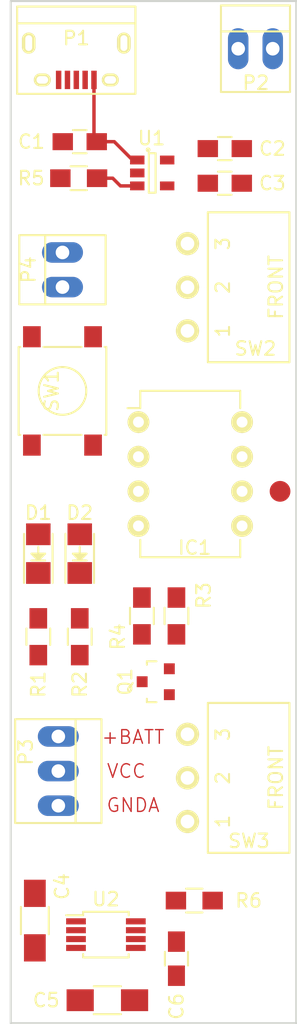
<source format=kicad_pcb>
(kicad_pcb (version 4) (host pcbnew 4.0.1-stable)

  (general
    (links 53)
    (no_connects 50)
    (area 59.924999 13.924999 81.075001 89.075001)
    (thickness 1.6)
    (drawings 7)
    (tracks 9)
    (zones 0)
    (modules 26)
    (nets 22)
  )

  (page A4)
  (layers
    (0 F.Cu signal)
    (31 B.Cu signal)
    (32 B.Adhes user)
    (33 F.Adhes user)
    (34 B.Paste user)
    (35 F.Paste user)
    (36 B.SilkS user)
    (37 F.SilkS user)
    (38 B.Mask user)
    (39 F.Mask user)
    (40 Dwgs.User user)
    (41 Cmts.User user)
    (42 Eco1.User user)
    (43 Eco2.User user)
    (44 Edge.Cuts user)
    (45 Margin user)
    (46 B.CrtYd user)
    (47 F.CrtYd user)
    (48 B.Fab user)
    (49 F.Fab user)
  )

  (setup
    (last_trace_width 0.25)
    (trace_clearance 0.2)
    (zone_clearance 0.508)
    (zone_45_only no)
    (trace_min 0.2)
    (segment_width 0.2)
    (edge_width 0.15)
    (via_size 0.6)
    (via_drill 0.4)
    (via_min_size 0.4)
    (via_min_drill 0.3)
    (uvia_size 0.3)
    (uvia_drill 0.1)
    (uvias_allowed no)
    (uvia_min_size 0.2)
    (uvia_min_drill 0.1)
    (pcb_text_width 0.3)
    (pcb_text_size 1.5 1.5)
    (mod_edge_width 0.15)
    (mod_text_size 1 1)
    (mod_text_width 0.15)
    (pad_size 1.524 1.524)
    (pad_drill 0.762)
    (pad_to_mask_clearance 0.2)
    (aux_axis_origin 0 0)
    (grid_origin 92 131)
    (visible_elements FFFFFF7F)
    (pcbplotparams
      (layerselection 0x00030_80000001)
      (usegerberextensions false)
      (excludeedgelayer true)
      (linewidth 0.100000)
      (plotframeref false)
      (viasonmask false)
      (mode 1)
      (useauxorigin false)
      (hpglpennumber 1)
      (hpglpenspeed 20)
      (hpglpendiameter 15)
      (hpglpenoverlay 2)
      (psnegative false)
      (psa4output false)
      (plotreference true)
      (plotvalue true)
      (plotinvisibletext false)
      (padsonsilk false)
      (subtractmaskfromsilk false)
      (outputformat 1)
      (mirror false)
      (drillshape 1)
      (scaleselection 1)
      (outputdirectory ""))
  )

  (net 0 "")
  (net 1 GND)
  (net 2 "Net-(C1-Pad2)")
  (net 3 "Net-(C2-Pad1)")
  (net 4 VCC)
  (net 5 GNDA)
  (net 6 "Net-(C6-Pad1)")
  (net 7 "Net-(C6-Pad2)")
  (net 8 "Net-(D1-Pad2)")
  (net 9 "Net-(D1-Pad1)")
  (net 10 "Net-(D2-Pad2)")
  (net 11 "Net-(D2-Pad1)")
  (net 12 "Net-(IC1-Pad1)")
  (net 13 "Net-(IC1-Pad5)")
  (net 14 "Net-(IC1-Pad6)")
  (net 15 "Net-(IC1-Pad7)")
  (net 16 "Net-(P1-Pad6)")
  (net 17 "Net-(Q1-Pad2)")
  (net 18 "Net-(R6-Pad1)")
  (net 19 "Net-(SW3-Pad2)")
  (net 20 +BATT)
  (net 21 "Net-(P4-Pad1)")

  (net_class Default "This is the default net class."
    (clearance 0.2)
    (trace_width 0.25)
    (via_dia 0.6)
    (via_drill 0.4)
    (uvia_dia 0.3)
    (uvia_drill 0.1)
    (add_net +BATT)
    (add_net GND)
    (add_net GNDA)
    (add_net "Net-(C1-Pad2)")
    (add_net "Net-(C2-Pad1)")
    (add_net "Net-(C6-Pad1)")
    (add_net "Net-(C6-Pad2)")
    (add_net "Net-(D1-Pad1)")
    (add_net "Net-(D1-Pad2)")
    (add_net "Net-(D2-Pad1)")
    (add_net "Net-(D2-Pad2)")
    (add_net "Net-(IC1-Pad1)")
    (add_net "Net-(IC1-Pad5)")
    (add_net "Net-(IC1-Pad6)")
    (add_net "Net-(IC1-Pad7)")
    (add_net "Net-(P1-Pad6)")
    (add_net "Net-(P4-Pad1)")
    (add_net "Net-(Q1-Pad2)")
    (add_net "Net-(R6-Pad1)")
    (add_net "Net-(SW3-Pad2)")
    (add_net VCC)
  )

  (module Capacitors_SMD:C_0805_HandSoldering (layer F.Cu) (tedit 569F50CF) (tstamp 569E48D6)
    (at 65.076 24.32)
    (descr "Capacitor SMD 0805, hand soldering")
    (tags "capacitor 0805")
    (path /569BA550)
    (attr smd)
    (fp_text reference C1 (at -3.556 0) (layer F.SilkS)
      (effects (font (size 1 1) (thickness 0.15)))
    )
    (fp_text value "" (at 0 2.1) (layer F.Fab)
      (effects (font (size 1 1) (thickness 0.15)))
    )
    (fp_line (start -2.3 -1) (end 2.3 -1) (layer F.CrtYd) (width 0.05))
    (fp_line (start -2.3 1) (end 2.3 1) (layer F.CrtYd) (width 0.05))
    (fp_line (start -2.3 -1) (end -2.3 1) (layer F.CrtYd) (width 0.05))
    (fp_line (start 2.3 -1) (end 2.3 1) (layer F.CrtYd) (width 0.05))
    (fp_line (start 0.5 -0.85) (end -0.5 -0.85) (layer F.SilkS) (width 0.15))
    (fp_line (start -0.5 0.85) (end 0.5 0.85) (layer F.SilkS) (width 0.15))
    (pad 1 smd rect (at -1.25 0) (size 1.5 1.25) (layers F.Cu F.Paste F.Mask)
      (net 1 GND))
    (pad 2 smd rect (at 1.25 0) (size 1.5 1.25) (layers F.Cu F.Paste F.Mask)
      (net 2 "Net-(C1-Pad2)"))
    (model Capacitors_SMD.3dshapes/C_0805_HandSoldering.wrl
      (at (xyz 0 0 0))
      (scale (xyz 1 1 1))
      (rotate (xyz 0 0 0))
    )
  )

  (module Capacitors_SMD:C_0805_HandSoldering (layer F.Cu) (tedit 569F4D8D) (tstamp 569E48DC)
    (at 75.744 24.828)
    (descr "Capacitor SMD 0805, hand soldering")
    (tags "capacitor 0805")
    (path /569BA552)
    (attr smd)
    (fp_text reference C2 (at 3.5 0) (layer F.SilkS)
      (effects (font (size 1 1) (thickness 0.15)))
    )
    (fp_text value "" (at 0 3) (layer F.Fab)
      (effects (font (size 1 1) (thickness 0.15)))
    )
    (fp_line (start -2.3 -1) (end 2.3 -1) (layer F.CrtYd) (width 0.05))
    (fp_line (start -2.3 1) (end 2.3 1) (layer F.CrtYd) (width 0.05))
    (fp_line (start -2.3 -1) (end -2.3 1) (layer F.CrtYd) (width 0.05))
    (fp_line (start 2.3 -1) (end 2.3 1) (layer F.CrtYd) (width 0.05))
    (fp_line (start 0.5 -0.85) (end -0.5 -0.85) (layer F.SilkS) (width 0.15))
    (fp_line (start -0.5 0.85) (end 0.5 0.85) (layer F.SilkS) (width 0.15))
    (pad 1 smd rect (at -1.25 0) (size 1.5 1.25) (layers F.Cu F.Paste F.Mask)
      (net 3 "Net-(C2-Pad1)"))
    (pad 2 smd rect (at 1.25 0) (size 1.5 1.25) (layers F.Cu F.Paste F.Mask)
      (net 1 GND))
    (model Capacitors_SMD.3dshapes/C_0805_HandSoldering.wrl
      (at (xyz 0 0 0))
      (scale (xyz 1 1 1))
      (rotate (xyz 0 0 0))
    )
  )

  (module Capacitors_SMD:C_0805_HandSoldering (layer F.Cu) (tedit 569F4DDA) (tstamp 569E48E2)
    (at 75.744 27.368)
    (descr "Capacitor SMD 0805, hand soldering")
    (tags "capacitor 0805")
    (path /569BA551)
    (attr smd)
    (fp_text reference C3 (at 3.5 0) (layer F.SilkS)
      (effects (font (size 1 1) (thickness 0.15)))
    )
    (fp_text value "" (at -2 -2) (layer F.Fab)
      (effects (font (size 1 1) (thickness 0.15)))
    )
    (fp_line (start -2.3 -1) (end 2.3 -1) (layer F.CrtYd) (width 0.05))
    (fp_line (start -2.3 1) (end 2.3 1) (layer F.CrtYd) (width 0.05))
    (fp_line (start -2.3 -1) (end -2.3 1) (layer F.CrtYd) (width 0.05))
    (fp_line (start 2.3 -1) (end 2.3 1) (layer F.CrtYd) (width 0.05))
    (fp_line (start 0.5 -0.85) (end -0.5 -0.85) (layer F.SilkS) (width 0.15))
    (fp_line (start -0.5 0.85) (end 0.5 0.85) (layer F.SilkS) (width 0.15))
    (pad 1 smd rect (at -1.25 0) (size 1.5 1.25) (layers F.Cu F.Paste F.Mask)
      (net 20 +BATT))
    (pad 2 smd rect (at 1.25 0) (size 1.5 1.25) (layers F.Cu F.Paste F.Mask)
      (net 1 GND))
    (model Capacitors_SMD.3dshapes/C_0805_HandSoldering.wrl
      (at (xyz 0 0 0))
      (scale (xyz 1 1 1))
      (rotate (xyz 0 0 0))
    )
  )

  (module Capacitors_SMD:C_1206_HandSoldering (layer F.Cu) (tedit 569F4F63) (tstamp 569E48E8)
    (at 61.774 81.47 270)
    (descr "Capacitor SMD 1206, hand soldering")
    (tags "capacitor 1206")
    (path /569BAA4E)
    (attr smd)
    (fp_text reference C4 (at -2.5 -2 270) (layer F.SilkS)
      (effects (font (size 1 1) (thickness 0.15)))
    )
    (fp_text value "" (at 0 2.3 270) (layer F.Fab)
      (effects (font (size 1 1) (thickness 0.15)))
    )
    (fp_line (start -3.3 -1.15) (end 3.3 -1.15) (layer F.CrtYd) (width 0.05))
    (fp_line (start -3.3 1.15) (end 3.3 1.15) (layer F.CrtYd) (width 0.05))
    (fp_line (start -3.3 -1.15) (end -3.3 1.15) (layer F.CrtYd) (width 0.05))
    (fp_line (start 3.3 -1.15) (end 3.3 1.15) (layer F.CrtYd) (width 0.05))
    (fp_line (start 1 -1.025) (end -1 -1.025) (layer F.SilkS) (width 0.15))
    (fp_line (start -1 1.025) (end 1 1.025) (layer F.SilkS) (width 0.15))
    (pad 1 smd rect (at -2 0 270) (size 2 1.6) (layers F.Cu F.Paste F.Mask)
      (net 4 VCC))
    (pad 2 smd rect (at 2 0 270) (size 2 1.6) (layers F.Cu F.Paste F.Mask)
      (net 5 GNDA))
    (model Capacitors_SMD.3dshapes/C_1206_HandSoldering.wrl
      (at (xyz 0 0 0))
      (scale (xyz 1 1 1))
      (rotate (xyz 0 0 0))
    )
  )

  (module Capacitors_SMD:C_1206_HandSoldering (layer F.Cu) (tedit 569F4F35) (tstamp 569E48EE)
    (at 67.108 87.312 180)
    (descr "Capacitor SMD 1206, hand soldering")
    (tags "capacitor 1206")
    (path /569BAA48)
    (attr smd)
    (fp_text reference C5 (at 4.5 0 180) (layer F.SilkS)
      (effects (font (size 1 1) (thickness 0.15)))
    )
    (fp_text value "" (at 6 0 180) (layer F.Fab)
      (effects (font (size 1 1) (thickness 0.15)))
    )
    (fp_line (start -3.3 -1.15) (end 3.3 -1.15) (layer F.CrtYd) (width 0.05))
    (fp_line (start -3.3 1.15) (end 3.3 1.15) (layer F.CrtYd) (width 0.05))
    (fp_line (start -3.3 -1.15) (end -3.3 1.15) (layer F.CrtYd) (width 0.05))
    (fp_line (start 3.3 -1.15) (end 3.3 1.15) (layer F.CrtYd) (width 0.05))
    (fp_line (start 1 -1.025) (end -1 -1.025) (layer F.SilkS) (width 0.15))
    (fp_line (start -1 1.025) (end 1 1.025) (layer F.SilkS) (width 0.15))
    (pad 1 smd rect (at -2 0 180) (size 2 1.6) (layers F.Cu F.Paste F.Mask)
      (net 20 +BATT))
    (pad 2 smd rect (at 2 0 180) (size 2 1.6) (layers F.Cu F.Paste F.Mask)
      (net 5 GNDA))
    (model Capacitors_SMD.3dshapes/C_1206_HandSoldering.wrl
      (at (xyz 0 0 0))
      (scale (xyz 1 1 1))
      (rotate (xyz 0 0 0))
    )
  )

  (module Capacitors_SMD:C_0805_HandSoldering (layer F.Cu) (tedit 569F4F55) (tstamp 569E48F4)
    (at 72.188 84.264 270)
    (descr "Capacitor SMD 0805, hand soldering")
    (tags "capacitor 0805")
    (path /569BAA4A)
    (attr smd)
    (fp_text reference C6 (at 3.5 0 270) (layer F.SilkS)
      (effects (font (size 1 1) (thickness 0.15)))
    )
    (fp_text value "" (at 4 0 270) (layer F.Fab)
      (effects (font (size 1 1) (thickness 0.15)))
    )
    (fp_line (start -2.3 -1) (end 2.3 -1) (layer F.CrtYd) (width 0.05))
    (fp_line (start -2.3 1) (end 2.3 1) (layer F.CrtYd) (width 0.05))
    (fp_line (start -2.3 -1) (end -2.3 1) (layer F.CrtYd) (width 0.05))
    (fp_line (start 2.3 -1) (end 2.3 1) (layer F.CrtYd) (width 0.05))
    (fp_line (start 0.5 -0.85) (end -0.5 -0.85) (layer F.SilkS) (width 0.15))
    (fp_line (start -0.5 0.85) (end 0.5 0.85) (layer F.SilkS) (width 0.15))
    (pad 1 smd rect (at -1.25 0 270) (size 1.5 1.25) (layers F.Cu F.Paste F.Mask)
      (net 6 "Net-(C6-Pad1)"))
    (pad 2 smd rect (at 1.25 0 270) (size 1.5 1.25) (layers F.Cu F.Paste F.Mask)
      (net 7 "Net-(C6-Pad2)"))
    (model Capacitors_SMD.3dshapes/C_0805_HandSoldering.wrl
      (at (xyz 0 0 0))
      (scale (xyz 1 1 1))
      (rotate (xyz 0 0 0))
    )
  )

  (module LEDs:LED_1206 (layer F.Cu) (tedit 569F4C13) (tstamp 569E48FA)
    (at 62.028 54.546 90)
    (descr "LED 1206 smd package")
    (tags "LED1206 SMD")
    (path /569BAC6B)
    (attr smd)
    (fp_text reference D1 (at 3 0 180) (layer F.SilkS)
      (effects (font (size 1 1) (thickness 0.15)))
    )
    (fp_text value "" (at 0 2 90) (layer F.Fab)
      (effects (font (size 1 1) (thickness 0.15)))
    )
    (fp_line (start -2.15 1.05) (end 1.45 1.05) (layer F.SilkS) (width 0.15))
    (fp_line (start -2.15 -1.05) (end 1.45 -1.05) (layer F.SilkS) (width 0.15))
    (fp_line (start -0.1 -0.3) (end -0.1 0.3) (layer F.SilkS) (width 0.15))
    (fp_line (start -0.1 0.3) (end -0.4 0) (layer F.SilkS) (width 0.15))
    (fp_line (start -0.4 0) (end -0.2 -0.2) (layer F.SilkS) (width 0.15))
    (fp_line (start -0.2 -0.2) (end -0.2 0.05) (layer F.SilkS) (width 0.15))
    (fp_line (start -0.2 0.05) (end -0.25 0) (layer F.SilkS) (width 0.15))
    (fp_line (start -0.5 -0.5) (end -0.5 0.5) (layer F.SilkS) (width 0.15))
    (fp_line (start 0 0) (end 0.5 0) (layer F.SilkS) (width 0.15))
    (fp_line (start -0.5 0) (end 0 -0.5) (layer F.SilkS) (width 0.15))
    (fp_line (start 0 -0.5) (end 0 0.5) (layer F.SilkS) (width 0.15))
    (fp_line (start 0 0.5) (end -0.5 0) (layer F.SilkS) (width 0.15))
    (fp_line (start 2.5 -1.25) (end -2.5 -1.25) (layer F.CrtYd) (width 0.05))
    (fp_line (start -2.5 -1.25) (end -2.5 1.25) (layer F.CrtYd) (width 0.05))
    (fp_line (start -2.5 1.25) (end 2.5 1.25) (layer F.CrtYd) (width 0.05))
    (fp_line (start 2.5 1.25) (end 2.5 -1.25) (layer F.CrtYd) (width 0.05))
    (pad 2 smd rect (at 1.41986 0 270) (size 1.59766 1.80086) (layers F.Cu F.Paste F.Mask)
      (net 8 "Net-(D1-Pad2)"))
    (pad 1 smd rect (at -1.41986 0 270) (size 1.59766 1.80086) (layers F.Cu F.Paste F.Mask)
      (net 9 "Net-(D1-Pad1)"))
    (model LEDs.3dshapes/LED_1206.wrl
      (at (xyz 0 0 0))
      (scale (xyz 1 1 1))
      (rotate (xyz 0 0 180))
    )
  )

  (module LEDs:LED_1206 (layer F.Cu) (tedit 569F4C0E) (tstamp 569E4900)
    (at 65.076 54.546 90)
    (descr "LED 1206 smd package")
    (tags "LED1206 SMD")
    (path /569BAC6C)
    (attr smd)
    (fp_text reference D2 (at 3 0 180) (layer F.SilkS)
      (effects (font (size 1 1) (thickness 0.15)))
    )
    (fp_text value "" (at 0 2 90) (layer F.Fab)
      (effects (font (size 1 1) (thickness 0.15)))
    )
    (fp_line (start -2.15 1.05) (end 1.45 1.05) (layer F.SilkS) (width 0.15))
    (fp_line (start -2.15 -1.05) (end 1.45 -1.05) (layer F.SilkS) (width 0.15))
    (fp_line (start -0.1 -0.3) (end -0.1 0.3) (layer F.SilkS) (width 0.15))
    (fp_line (start -0.1 0.3) (end -0.4 0) (layer F.SilkS) (width 0.15))
    (fp_line (start -0.4 0) (end -0.2 -0.2) (layer F.SilkS) (width 0.15))
    (fp_line (start -0.2 -0.2) (end -0.2 0.05) (layer F.SilkS) (width 0.15))
    (fp_line (start -0.2 0.05) (end -0.25 0) (layer F.SilkS) (width 0.15))
    (fp_line (start -0.5 -0.5) (end -0.5 0.5) (layer F.SilkS) (width 0.15))
    (fp_line (start 0 0) (end 0.5 0) (layer F.SilkS) (width 0.15))
    (fp_line (start -0.5 0) (end 0 -0.5) (layer F.SilkS) (width 0.15))
    (fp_line (start 0 -0.5) (end 0 0.5) (layer F.SilkS) (width 0.15))
    (fp_line (start 0 0.5) (end -0.5 0) (layer F.SilkS) (width 0.15))
    (fp_line (start 2.5 -1.25) (end -2.5 -1.25) (layer F.CrtYd) (width 0.05))
    (fp_line (start -2.5 -1.25) (end -2.5 1.25) (layer F.CrtYd) (width 0.05))
    (fp_line (start -2.5 1.25) (end 2.5 1.25) (layer F.CrtYd) (width 0.05))
    (fp_line (start 2.5 1.25) (end 2.5 -1.25) (layer F.CrtYd) (width 0.05))
    (pad 2 smd rect (at 1.41986 0 270) (size 1.59766 1.80086) (layers F.Cu F.Paste F.Mask)
      (net 10 "Net-(D2-Pad2)"))
    (pad 1 smd rect (at -1.41986 0 270) (size 1.59766 1.80086) (layers F.Cu F.Paste F.Mask)
      (net 11 "Net-(D2-Pad1)"))
    (model LEDs.3dshapes/LED_1206.wrl
      (at (xyz 0 0 0))
      (scale (xyz 1 1 1))
      (rotate (xyz 0 0 180))
    )
  )

  (module Housings_DIP:DIP-8_W7.62mm (layer F.Cu) (tedit 569E913E) (tstamp 569E490C)
    (at 69.394 44.894)
    (descr "8-lead dip package, row spacing 7.62 mm (300 mils)")
    (tags "dil dip 2.54 300")
    (path /569BAC68)
    (fp_text reference IC1 (at 4.132619 9.215) (layer F.SilkS)
      (effects (font (size 1 1) (thickness 0.15)))
    )
    (fp_text value ATTINY85-P (at 4.132619 3.215 90) (layer F.Fab)
      (effects (font (size 1 1) (thickness 0.15)))
    )
    (fp_line (start -1.05 -2.45) (end -1.05 10.1) (layer F.CrtYd) (width 0.05))
    (fp_line (start 8.65 -2.45) (end 8.65 10.1) (layer F.CrtYd) (width 0.05))
    (fp_line (start -1.05 -2.45) (end 8.65 -2.45) (layer F.CrtYd) (width 0.05))
    (fp_line (start -1.05 10.1) (end 8.65 10.1) (layer F.CrtYd) (width 0.05))
    (fp_line (start 0.135 -2.295) (end 0.135 -1.025) (layer F.SilkS) (width 0.15))
    (fp_line (start 7.485 -2.295) (end 7.485 -1.025) (layer F.SilkS) (width 0.15))
    (fp_line (start 7.485 9.915) (end 7.485 8.645) (layer F.SilkS) (width 0.15))
    (fp_line (start 0.135 9.915) (end 0.135 8.645) (layer F.SilkS) (width 0.15))
    (fp_line (start 0.135 -2.295) (end 7.485 -2.295) (layer F.SilkS) (width 0.15))
    (fp_line (start 0.135 9.915) (end 7.485 9.915) (layer F.SilkS) (width 0.15))
    (fp_line (start 0.135 -1.025) (end -0.8 -1.025) (layer F.SilkS) (width 0.15))
    (pad 1 thru_hole oval (at 0 0) (size 1.6 1.6) (drill 0.8) (layers *.Cu *.Mask F.SilkS)
      (net 12 "Net-(IC1-Pad1)"))
    (pad 2 thru_hole oval (at 0 2.54) (size 1.6 1.6) (drill 0.8) (layers *.Cu *.Mask F.SilkS)
      (net 8 "Net-(D1-Pad2)"))
    (pad 3 thru_hole oval (at 0 5.08) (size 1.6 1.6) (drill 0.8) (layers *.Cu *.Mask F.SilkS)
      (net 10 "Net-(D2-Pad2)"))
    (pad 4 thru_hole oval (at 0 7.62) (size 1.6 1.6) (drill 0.8) (layers *.Cu *.Mask F.SilkS)
      (net 1 GND))
    (pad 5 thru_hole oval (at 7.62 7.62) (size 1.6 1.6) (drill 0.8) (layers *.Cu *.Mask F.SilkS)
      (net 13 "Net-(IC1-Pad5)"))
    (pad 6 thru_hole oval (at 7.62 5.08) (size 1.6 1.6) (drill 0.8) (layers *.Cu *.Mask F.SilkS)
      (net 14 "Net-(IC1-Pad6)"))
    (pad 7 thru_hole oval (at 7.62 2.54) (size 1.6 1.6) (drill 0.8) (layers *.Cu *.Mask F.SilkS)
      (net 15 "Net-(IC1-Pad7)"))
    (pad 8 thru_hole oval (at 7.62 0) (size 1.6 1.6) (drill 0.8) (layers *.Cu *.Mask F.SilkS)
      (net 20 +BATT))
    (model Housings_DIP.3dshapes/DIP-8_W7.62mm.wrl
      (at (xyz 0 0 0))
      (scale (xyz 1 1 1))
      (rotate (xyz 0 0 0))
    )
  )

  (module Connect:USB_Micro-B (layer F.Cu) (tedit 569F54C7) (tstamp 569E4919)
    (at 64.822 18.224 180)
    (descr "Micro USB Type B Receptacle")
    (tags "USB USB_B USB_micro USB_OTG")
    (path /569BE3F7)
    (attr smd)
    (fp_text reference P1 (at 0 1.5 180) (layer F.SilkS)
      (effects (font (size 1 1) (thickness 0.15)))
    )
    (fp_text value USB (at 0 -3.556 180) (layer F.Fab)
      (effects (font (size 1 1) (thickness 0.15)))
    )
    (fp_line (start -4.6 -2.8) (end 4.6 -2.8) (layer F.CrtYd) (width 0.05))
    (fp_line (start 4.6 -2.8) (end 4.6 4.05) (layer F.CrtYd) (width 0.05))
    (fp_line (start 4.6 4.05) (end -4.6 4.05) (layer F.CrtYd) (width 0.05))
    (fp_line (start -4.6 4.05) (end -4.6 -2.8) (layer F.CrtYd) (width 0.05))
    (fp_line (start -4.3509 3.81746) (end 4.3491 3.81746) (layer F.SilkS) (width 0.15))
    (fp_line (start -4.3509 -2.58754) (end 4.3491 -2.58754) (layer F.SilkS) (width 0.15))
    (fp_line (start 4.3491 -2.58754) (end 4.3491 3.81746) (layer F.SilkS) (width 0.15))
    (fp_line (start 4.3491 2.58746) (end -4.3509 2.58746) (layer F.SilkS) (width 0.15))
    (fp_line (start -4.3509 3.81746) (end -4.3509 -2.58754) (layer F.SilkS) (width 0.15))
    (pad 1 smd rect (at -1.3009 -1.56254 270) (size 1.35 0.4) (layers F.Cu F.Paste F.Mask)
      (net 2 "Net-(C1-Pad2)"))
    (pad 2 smd rect (at -0.6509 -1.56254 270) (size 1.35 0.4) (layers F.Cu F.Paste F.Mask))
    (pad 3 smd rect (at -0.0009 -1.56254 270) (size 1.35 0.4) (layers F.Cu F.Paste F.Mask))
    (pad 4 smd rect (at 0.6491 -1.56254 270) (size 1.35 0.4) (layers F.Cu F.Paste F.Mask))
    (pad 5 smd rect (at 1.2991 -1.56254 270) (size 1.35 0.4) (layers F.Cu F.Paste F.Mask)
      (net 1 GND))
    (pad 6 thru_hole oval (at -2.5009 -1.56254 270) (size 0.95 1.25) (drill oval 0.55 0.85) (layers *.Cu *.Mask F.SilkS)
      (net 16 "Net-(P1-Pad6)"))
    (pad 6 thru_hole oval (at 2.4991 -1.56254 270) (size 0.95 1.25) (drill oval 0.55 0.85) (layers *.Cu *.Mask F.SilkS)
      (net 16 "Net-(P1-Pad6)"))
    (pad 6 thru_hole oval (at -3.5009 1.13746 270) (size 1.55 1) (drill oval 1.15 0.5) (layers *.Cu *.Mask F.SilkS)
      (net 16 "Net-(P1-Pad6)"))
    (pad 6 thru_hole oval (at 3.4991 1.13746 270) (size 1.55 1) (drill oval 1.15 0.5) (layers *.Cu *.Mask F.SilkS)
      (net 16 "Net-(P1-Pad6)"))
  )

  (module Connect:PINHEAD1-2 (layer F.Cu) (tedit 569F548F) (tstamp 569E491F)
    (at 78 17.5)
    (path /569BE366)
    (attr virtual)
    (fp_text reference P2 (at 0.03 2.502 180) (layer F.SilkS)
      (effects (font (size 1 1) (thickness 0.15)))
    )
    (fp_text value "External DC" (at -3.526 1.232 90) (layer F.Fab)
      (effects (font (size 1 1) (thickness 0.15)))
    )
    (fp_line (start 2.54 -1.27) (end -2.54 -1.27) (layer F.SilkS) (width 0.15))
    (fp_line (start 2.54 3.175) (end -2.54 3.175) (layer F.SilkS) (width 0.15))
    (fp_line (start -2.54 -3.175) (end 2.54 -3.175) (layer F.SilkS) (width 0.15))
    (fp_line (start -2.54 -3.175) (end -2.54 3.175) (layer F.SilkS) (width 0.15))
    (fp_line (start 2.54 -3.175) (end 2.54 3.175) (layer F.SilkS) (width 0.15))
    (pad 1 thru_hole oval (at -1.27 0) (size 1.50622 3.01498) (drill 0.99822) (layers *.Cu *.Mask)
      (net 1 GND))
    (pad 2 thru_hole oval (at 1.27 0) (size 1.50622 3.01498) (drill 0.99822) (layers *.Cu *.Mask)
      (net 3 "Net-(C2-Pad1)"))
  )

  (module Connect:PINHEAD1-2 (layer F.Cu) (tedit 569F4E36) (tstamp 569E492B)
    (at 63.806 33.718 90)
    (path /569E11A8)
    (attr virtual)
    (fp_text reference P4 (at 0 -2.5 90) (layer F.SilkS)
      (effects (font (size 1 1) (thickness 0.15)))
    )
    (fp_text value Battery (at 3.5 0 180) (layer F.Fab)
      (effects (font (size 1 1) (thickness 0.15)))
    )
    (fp_line (start 2.54 -1.27) (end -2.54 -1.27) (layer F.SilkS) (width 0.15))
    (fp_line (start 2.54 3.175) (end -2.54 3.175) (layer F.SilkS) (width 0.15))
    (fp_line (start -2.54 -3.175) (end 2.54 -3.175) (layer F.SilkS) (width 0.15))
    (fp_line (start -2.54 -3.175) (end -2.54 3.175) (layer F.SilkS) (width 0.15))
    (fp_line (start 2.54 -3.175) (end 2.54 3.175) (layer F.SilkS) (width 0.15))
    (pad 1 thru_hole oval (at -1.27 0 90) (size 1.50622 3.01498) (drill 0.99822) (layers *.Cu *.Mask)
      (net 21 "Net-(P4-Pad1)"))
    (pad 2 thru_hole oval (at 1.27 0 90) (size 1.50622 3.01498) (drill 0.99822) (layers *.Cu *.Mask)
      (net 1 GND))
  )

  (module TO_SOT_Packages_SMD:SOT-23 (layer F.Cu) (tedit 569F4B60) (tstamp 569E4932)
    (at 70.664 63.944 90)
    (descr "SOT-23, Standard")
    (tags SOT-23)
    (path /569BAC73)
    (attr smd)
    (fp_text reference Q1 (at 0 -2.25 90) (layer F.SilkS)
      (effects (font (size 1 1) (thickness 0.15)))
    )
    (fp_text value NMOS (at 0 2.3 90) (layer F.Fab)
      (effects (font (size 1 1) (thickness 0.15)))
    )
    (fp_line (start -1.65 -1.6) (end 1.65 -1.6) (layer F.CrtYd) (width 0.05))
    (fp_line (start 1.65 -1.6) (end 1.65 1.6) (layer F.CrtYd) (width 0.05))
    (fp_line (start 1.65 1.6) (end -1.65 1.6) (layer F.CrtYd) (width 0.05))
    (fp_line (start -1.65 1.6) (end -1.65 -1.6) (layer F.CrtYd) (width 0.05))
    (fp_line (start 1.29916 -0.65024) (end 1.2509 -0.65024) (layer F.SilkS) (width 0.15))
    (fp_line (start -1.49982 0.0508) (end -1.49982 -0.65024) (layer F.SilkS) (width 0.15))
    (fp_line (start -1.49982 -0.65024) (end -1.2509 -0.65024) (layer F.SilkS) (width 0.15))
    (fp_line (start 1.29916 -0.65024) (end 1.49982 -0.65024) (layer F.SilkS) (width 0.15))
    (fp_line (start 1.49982 -0.65024) (end 1.49982 0.0508) (layer F.SilkS) (width 0.15))
    (pad 1 smd rect (at -0.95 1.00076 90) (size 0.8001 0.8001) (layers F.Cu F.Paste F.Mask)
      (net 5 GNDA))
    (pad 2 smd rect (at 0.95 1.00076 90) (size 0.8001 0.8001) (layers F.Cu F.Paste F.Mask)
      (net 17 "Net-(Q1-Pad2)"))
    (pad 3 smd rect (at 0 -0.99822 90) (size 0.8001 0.8001) (layers F.Cu F.Paste F.Mask)
      (net 1 GND))
    (model TO_SOT_Packages_SMD.3dshapes/SOT-23.wrl
      (at (xyz 0 0 0))
      (scale (xyz 1 1 1))
      (rotate (xyz 0 0 0))
    )
  )

  (module Resistors_SMD:R_0805_HandSoldering (layer F.Cu) (tedit 569F5051) (tstamp 569E4938)
    (at 62.028 60.642 270)
    (descr "Resistor SMD 0805, hand soldering")
    (tags "resistor 0805")
    (path /569BAC6D)
    (attr smd)
    (fp_text reference R1 (at 3.5 0 270) (layer F.SilkS)
      (effects (font (size 1 1) (thickness 0.15)))
    )
    (fp_text value "" (at 0 2.1 270) (layer F.Fab)
      (effects (font (size 1 1) (thickness 0.15)))
    )
    (fp_line (start -2.4 -1) (end 2.4 -1) (layer F.CrtYd) (width 0.05))
    (fp_line (start -2.4 1) (end 2.4 1) (layer F.CrtYd) (width 0.05))
    (fp_line (start -2.4 -1) (end -2.4 1) (layer F.CrtYd) (width 0.05))
    (fp_line (start 2.4 -1) (end 2.4 1) (layer F.CrtYd) (width 0.05))
    (fp_line (start 0.6 0.875) (end -0.6 0.875) (layer F.SilkS) (width 0.15))
    (fp_line (start -0.6 -0.875) (end 0.6 -0.875) (layer F.SilkS) (width 0.15))
    (pad 1 smd rect (at -1.35 0 270) (size 1.5 1.3) (layers F.Cu F.Paste F.Mask)
      (net 9 "Net-(D1-Pad1)"))
    (pad 2 smd rect (at 1.35 0 270) (size 1.5 1.3) (layers F.Cu F.Paste F.Mask)
      (net 1 GND))
    (model Resistors_SMD.3dshapes/R_0805_HandSoldering.wrl
      (at (xyz 0 0 0))
      (scale (xyz 1 1 1))
      (rotate (xyz 0 0 0))
    )
  )

  (module Resistors_SMD:R_0805_HandSoldering (layer F.Cu) (tedit 569F5054) (tstamp 569E493E)
    (at 65.076 60.642 270)
    (descr "Resistor SMD 0805, hand soldering")
    (tags "resistor 0805")
    (path /569BAC6E)
    (attr smd)
    (fp_text reference R2 (at 3.5 0 270) (layer F.SilkS)
      (effects (font (size 1 1) (thickness 0.15)))
    )
    (fp_text value "" (at 0 2.1 270) (layer F.Fab)
      (effects (font (size 1 1) (thickness 0.15)))
    )
    (fp_line (start -2.4 -1) (end 2.4 -1) (layer F.CrtYd) (width 0.05))
    (fp_line (start -2.4 1) (end 2.4 1) (layer F.CrtYd) (width 0.05))
    (fp_line (start -2.4 -1) (end -2.4 1) (layer F.CrtYd) (width 0.05))
    (fp_line (start 2.4 -1) (end 2.4 1) (layer F.CrtYd) (width 0.05))
    (fp_line (start 0.6 0.875) (end -0.6 0.875) (layer F.SilkS) (width 0.15))
    (fp_line (start -0.6 -0.875) (end 0.6 -0.875) (layer F.SilkS) (width 0.15))
    (pad 1 smd rect (at -1.35 0 270) (size 1.5 1.3) (layers F.Cu F.Paste F.Mask)
      (net 11 "Net-(D2-Pad1)"))
    (pad 2 smd rect (at 1.35 0 270) (size 1.5 1.3) (layers F.Cu F.Paste F.Mask)
      (net 1 GND))
    (model Resistors_SMD.3dshapes/R_0805_HandSoldering.wrl
      (at (xyz 0 0 0))
      (scale (xyz 1 1 1))
      (rotate (xyz 0 0 0))
    )
  )

  (module Resistors_SMD:R_0805_HandSoldering (layer F.Cu) (tedit 569F53B1) (tstamp 569E4944)
    (at 72.188 59.118 90)
    (descr "Resistor SMD 0805, hand soldering")
    (tags "resistor 0805")
    (path /569BAC75)
    (attr smd)
    (fp_text reference R3 (at 1.5 2 90) (layer F.SilkS)
      (effects (font (size 1 1) (thickness 0.15)))
    )
    (fp_text value "" (at -1.5 2 90) (layer F.Fab)
      (effects (font (size 1 1) (thickness 0.15)))
    )
    (fp_line (start -2.4 -1) (end 2.4 -1) (layer F.CrtYd) (width 0.05))
    (fp_line (start -2.4 1) (end 2.4 1) (layer F.CrtYd) (width 0.05))
    (fp_line (start -2.4 -1) (end -2.4 1) (layer F.CrtYd) (width 0.05))
    (fp_line (start 2.4 -1) (end 2.4 1) (layer F.CrtYd) (width 0.05))
    (fp_line (start 0.6 0.875) (end -0.6 0.875) (layer F.SilkS) (width 0.15))
    (fp_line (start -0.6 -0.875) (end 0.6 -0.875) (layer F.SilkS) (width 0.15))
    (pad 1 smd rect (at -1.35 0 90) (size 1.5 1.3) (layers F.Cu F.Paste F.Mask)
      (net 17 "Net-(Q1-Pad2)"))
    (pad 2 smd rect (at 1.35 0 90) (size 1.5 1.3) (layers F.Cu F.Paste F.Mask)
      (net 13 "Net-(IC1-Pad5)"))
    (model Resistors_SMD.3dshapes/R_0805_HandSoldering.wrl
      (at (xyz 0 0 0))
      (scale (xyz 1 1 1))
      (rotate (xyz 0 0 0))
    )
  )

  (module Resistors_SMD:R_0805_HandSoldering (layer F.Cu) (tedit 569F5400) (tstamp 569E494A)
    (at 69.648 59.118 90)
    (descr "Resistor SMD 0805, hand soldering")
    (tags "resistor 0805")
    (path /569BAC76)
    (attr smd)
    (fp_text reference R4 (at -1.524 -1.778 90) (layer F.SilkS)
      (effects (font (size 1 1) (thickness 0.15)))
    )
    (fp_text value "" (at 1.5 -2 90) (layer F.Fab)
      (effects (font (size 1 1) (thickness 0.15)))
    )
    (fp_line (start -2.4 -1) (end 2.4 -1) (layer F.CrtYd) (width 0.05))
    (fp_line (start -2.4 1) (end 2.4 1) (layer F.CrtYd) (width 0.05))
    (fp_line (start -2.4 -1) (end -2.4 1) (layer F.CrtYd) (width 0.05))
    (fp_line (start 2.4 -1) (end 2.4 1) (layer F.CrtYd) (width 0.05))
    (fp_line (start 0.6 0.875) (end -0.6 0.875) (layer F.SilkS) (width 0.15))
    (fp_line (start -0.6 -0.875) (end 0.6 -0.875) (layer F.SilkS) (width 0.15))
    (pad 1 smd rect (at -1.35 0 90) (size 1.5 1.3) (layers F.Cu F.Paste F.Mask)
      (net 17 "Net-(Q1-Pad2)"))
    (pad 2 smd rect (at 1.35 0 90) (size 1.5 1.3) (layers F.Cu F.Paste F.Mask)
      (net 1 GND))
    (model Resistors_SMD.3dshapes/R_0805_HandSoldering.wrl
      (at (xyz 0 0 0))
      (scale (xyz 1 1 1))
      (rotate (xyz 0 0 0))
    )
  )

  (module Resistors_SMD:R_0805_HandSoldering (layer F.Cu) (tedit 569F4D3B) (tstamp 569E4950)
    (at 65 27 180)
    (descr "Resistor SMD 0805, hand soldering")
    (tags "resistor 0805")
    (path /569BA54F)
    (attr smd)
    (fp_text reference R5 (at 3.5 0 180) (layer F.SilkS)
      (effects (font (size 1 1) (thickness 0.15)))
    )
    (fp_text value "" (at 0 2.1 180) (layer F.Fab)
      (effects (font (size 1 1) (thickness 0.15)))
    )
    (fp_line (start -2.4 -1) (end 2.4 -1) (layer F.CrtYd) (width 0.05))
    (fp_line (start -2.4 1) (end 2.4 1) (layer F.CrtYd) (width 0.05))
    (fp_line (start -2.4 -1) (end -2.4 1) (layer F.CrtYd) (width 0.05))
    (fp_line (start 2.4 -1) (end 2.4 1) (layer F.CrtYd) (width 0.05))
    (fp_line (start 0.6 0.875) (end -0.6 0.875) (layer F.SilkS) (width 0.15))
    (fp_line (start -0.6 -0.875) (end 0.6 -0.875) (layer F.SilkS) (width 0.15))
    (pad 1 smd rect (at -1.35 0 180) (size 1.5 1.3) (layers F.Cu F.Paste F.Mask)
      (net 15 "Net-(IC1-Pad7)"))
    (pad 2 smd rect (at 1.35 0 180) (size 1.5 1.3) (layers F.Cu F.Paste F.Mask)
      (net 20 +BATT))
    (model Resistors_SMD.3dshapes/R_0805_HandSoldering.wrl
      (at (xyz 0 0 0))
      (scale (xyz 1 1 1))
      (rotate (xyz 0 0 0))
    )
  )

  (module Resistors_SMD:R_0805_HandSoldering (layer F.Cu) (tedit 569F4F5D) (tstamp 569E4956)
    (at 73.5 80)
    (descr "Resistor SMD 0805, hand soldering")
    (tags "resistor 0805")
    (path /569BAA51)
    (attr smd)
    (fp_text reference R6 (at 4 0) (layer F.SilkS)
      (effects (font (size 1 1) (thickness 0.15)))
    )
    (fp_text value "" (at 0 2.1) (layer F.Fab)
      (effects (font (size 1 1) (thickness 0.15)))
    )
    (fp_line (start -2.4 -1) (end 2.4 -1) (layer F.CrtYd) (width 0.05))
    (fp_line (start -2.4 1) (end 2.4 1) (layer F.CrtYd) (width 0.05))
    (fp_line (start -2.4 -1) (end -2.4 1) (layer F.CrtYd) (width 0.05))
    (fp_line (start 2.4 -1) (end 2.4 1) (layer F.CrtYd) (width 0.05))
    (fp_line (start 0.6 0.875) (end -0.6 0.875) (layer F.SilkS) (width 0.15))
    (fp_line (start -0.6 -0.875) (end 0.6 -0.875) (layer F.SilkS) (width 0.15))
    (pad 1 smd rect (at -1.35 0) (size 1.5 1.3) (layers F.Cu F.Paste F.Mask)
      (net 18 "Net-(R6-Pad1)"))
    (pad 2 smd rect (at 1.35 0) (size 1.5 1.3) (layers F.Cu F.Paste F.Mask)
      (net 20 +BATT))
    (model Resistors_SMD.3dshapes/R_0805_HandSoldering.wrl
      (at (xyz 0 0 0))
      (scale (xyz 1 1 1))
      (rotate (xyz 0 0 0))
    )
  )

  (module spdt_slide_switch:spdt_slide_switch_angled (layer F.Cu) (tedit 569F5006) (tstamp 569E4965)
    (at 73 35 90)
    (path /569E1A5A)
    (fp_text reference SW2 (at -4.5 5 180) (layer F.SilkS)
      (effects (font (size 1 1) (thickness 0.15)))
    )
    (fp_text value On/Off (at -8.5 6.5 90) (layer F.Fab)
      (effects (font (size 1 1) (thickness 0.15)))
    )
    (fp_text user FRONT (at 0 6.5 90) (layer F.SilkS)
      (effects (font (size 1 1) (thickness 0.15)))
    )
    (fp_text user 3 (at 3.2 2.6 90) (layer F.SilkS)
      (effects (font (size 1 1) (thickness 0.15)))
    )
    (fp_text user 2 (at 0 2.6 90) (layer F.SilkS)
      (effects (font (size 1 1) (thickness 0.15)))
    )
    (fp_text user 1 (at -3.2 2.6 90) (layer F.SilkS)
      (effects (font (size 1 1) (thickness 0.15)))
    )
    (fp_line (start -5.5 7.5) (end 5.5 7.5) (layer F.SilkS) (width 0.15))
    (fp_line (start 5.5 7.5) (end 5.5 6.5) (layer F.SilkS) (width 0.15))
    (fp_line (start 5.5 6.5) (end 5.5 7.5) (layer F.SilkS) (width 0.15))
    (fp_line (start -5.5 6.5) (end -5.5 7.5) (layer F.SilkS) (width 0.15))
    (fp_line (start -5.5 7.5) (end -5.5 6.5) (layer F.SilkS) (width 0.15))
    (fp_line (start 5.5 1.5) (end 5.5 6.5) (layer F.SilkS) (width 0.15))
    (fp_line (start 5.5 6.5) (end 5.5 1.5) (layer F.SilkS) (width 0.15))
    (fp_line (start 5.5 1.5) (end 5.5 6.5) (layer F.SilkS) (width 0.15))
    (fp_line (start -5.5 1.5) (end -5.5 6.5) (layer F.SilkS) (width 0.15))
    (fp_line (start -5.5 6.5) (end -5.5 1.5) (layer F.SilkS) (width 0.15))
    (fp_line (start -5.5 1.5) (end -5.5 6.5) (layer F.SilkS) (width 0.15))
    (fp_line (start 0 1.5) (end -5.5 1.5) (layer F.SilkS) (width 0.15))
    (fp_line (start -5.5 1.5) (end 0 1.5) (layer F.SilkS) (width 0.15))
    (fp_line (start 0 1.5) (end 5.5 1.5) (layer F.SilkS) (width 0.15))
    (fp_line (start 5.5 1.5) (end 0 1.5) (layer F.SilkS) (width 0.15))
    (pad 1 thru_hole circle (at -3.2 0 90) (size 1.7 1.7) (drill 1) (layers *.Cu *.Mask F.SilkS))
    (pad 2 thru_hole circle (at 0 0 90) (size 1.7 1.7) (drill 1) (layers *.Cu *.Mask F.SilkS)
      (net 20 +BATT))
    (pad 3 thru_hole circle (at 3.2 0 90) (size 1.7 1.7) (drill 1) (layers *.Cu *.Mask F.SilkS)
      (net 21 "Net-(P4-Pad1)"))
  )

  (module spdt_slide_switch:spdt_slide_switch_angled (layer F.Cu) (tedit 569F5293) (tstamp 569E496C)
    (at 73 71 90)
    (path /569BCBC5)
    (fp_text reference SW3 (at -4.628 4.522 180) (layer F.SilkS)
      (effects (font (size 1 1) (thickness 0.15)))
    )
    (fp_text value Voltage (at 8.5 6.5 90) (layer F.Fab)
      (effects (font (size 1 1) (thickness 0.15)))
    )
    (fp_text user FRONT (at 0 6.5 90) (layer F.SilkS)
      (effects (font (size 1 1) (thickness 0.15)))
    )
    (fp_text user 3 (at 3.2 2.6 90) (layer F.SilkS)
      (effects (font (size 1 1) (thickness 0.15)))
    )
    (fp_text user 2 (at 0 2.6 90) (layer F.SilkS)
      (effects (font (size 1 1) (thickness 0.15)))
    )
    (fp_text user 1 (at -3.2 2.6 90) (layer F.SilkS)
      (effects (font (size 1 1) (thickness 0.15)))
    )
    (fp_line (start -5.5 7.5) (end 5.5 7.5) (layer F.SilkS) (width 0.15))
    (fp_line (start 5.5 7.5) (end 5.5 6.5) (layer F.SilkS) (width 0.15))
    (fp_line (start 5.5 6.5) (end 5.5 7.5) (layer F.SilkS) (width 0.15))
    (fp_line (start -5.5 6.5) (end -5.5 7.5) (layer F.SilkS) (width 0.15))
    (fp_line (start -5.5 7.5) (end -5.5 6.5) (layer F.SilkS) (width 0.15))
    (fp_line (start 5.5 1.5) (end 5.5 6.5) (layer F.SilkS) (width 0.15))
    (fp_line (start 5.5 6.5) (end 5.5 1.5) (layer F.SilkS) (width 0.15))
    (fp_line (start 5.5 1.5) (end 5.5 6.5) (layer F.SilkS) (width 0.15))
    (fp_line (start -5.5 1.5) (end -5.5 6.5) (layer F.SilkS) (width 0.15))
    (fp_line (start -5.5 6.5) (end -5.5 1.5) (layer F.SilkS) (width 0.15))
    (fp_line (start -5.5 1.5) (end -5.5 6.5) (layer F.SilkS) (width 0.15))
    (fp_line (start 0 1.5) (end -5.5 1.5) (layer F.SilkS) (width 0.15))
    (fp_line (start -5.5 1.5) (end 0 1.5) (layer F.SilkS) (width 0.15))
    (fp_line (start 0 1.5) (end 5.5 1.5) (layer F.SilkS) (width 0.15))
    (fp_line (start 5.5 1.5) (end 0 1.5) (layer F.SilkS) (width 0.15))
    (pad 1 thru_hole circle (at -3.2 0 90) (size 1.7 1.7) (drill 1) (layers *.Cu *.Mask F.SilkS)
      (net 20 +BATT))
    (pad 2 thru_hole circle (at 0 0 90) (size 1.7 1.7) (drill 1) (layers *.Cu *.Mask F.SilkS)
      (net 19 "Net-(SW3-Pad2)"))
    (pad 3 thru_hole circle (at 3.2 0 90) (size 1.7 1.7) (drill 1) (layers *.Cu *.Mask F.SilkS)
      (net 5 GNDA))
  )

  (module TO_SOT_Packages_SMD:SOT-23-5 (layer F.Cu) (tedit 55360473) (tstamp 569E4975)
    (at 70.405952 26.615)
    (descr "5-pin SOT23 package")
    (tags SOT-23-5)
    (path /569BA542)
    (attr smd)
    (fp_text reference U1 (at -0.05 -2.55) (layer F.SilkS)
      (effects (font (size 1 1) (thickness 0.15)))
    )
    (fp_text value MAX1555 (at -0.05 2.35) (layer F.Fab)
      (effects (font (size 1 1) (thickness 0.15)))
    )
    (fp_line (start -1.8 -1.6) (end 1.8 -1.6) (layer F.CrtYd) (width 0.05))
    (fp_line (start 1.8 -1.6) (end 1.8 1.6) (layer F.CrtYd) (width 0.05))
    (fp_line (start 1.8 1.6) (end -1.8 1.6) (layer F.CrtYd) (width 0.05))
    (fp_line (start -1.8 1.6) (end -1.8 -1.6) (layer F.CrtYd) (width 0.05))
    (fp_circle (center -0.3 -1.7) (end -0.2 -1.7) (layer F.SilkS) (width 0.15))
    (fp_line (start 0.25 -1.45) (end -0.25 -1.45) (layer F.SilkS) (width 0.15))
    (fp_line (start 0.25 1.45) (end 0.25 -1.45) (layer F.SilkS) (width 0.15))
    (fp_line (start -0.25 1.45) (end 0.25 1.45) (layer F.SilkS) (width 0.15))
    (fp_line (start -0.25 -1.45) (end -0.25 1.45) (layer F.SilkS) (width 0.15))
    (pad 1 smd rect (at -1.1 -0.95) (size 1.06 0.65) (layers F.Cu F.Paste F.Mask)
      (net 2 "Net-(C1-Pad2)"))
    (pad 2 smd rect (at -1.1 0) (size 1.06 0.65) (layers F.Cu F.Paste F.Mask)
      (net 1 GND))
    (pad 3 smd rect (at -1.1 0.95) (size 1.06 0.65) (layers F.Cu F.Paste F.Mask)
      (net 15 "Net-(IC1-Pad7)"))
    (pad 4 smd rect (at 1.1 0.95) (size 1.06 0.65) (layers F.Cu F.Paste F.Mask)
      (net 3 "Net-(C2-Pad1)"))
    (pad 5 smd rect (at 1.1 -0.95) (size 1.06 0.65) (layers F.Cu F.Paste F.Mask)
      (net 20 +BATT))
    (model TO_SOT_Packages_SMD.3dshapes/SOT-23-5.wrl
      (at (xyz 0 0 0))
      (scale (xyz 1 1 1))
      (rotate (xyz 0 0 0))
    )
  )

  (module Housings_SSOP:MSOP-8_3x3mm_Pitch0.65mm (layer F.Cu) (tedit 54130A77) (tstamp 569E4981)
    (at 67 82.5)
    (descr "8-Lead Plastic Micro Small Outline Package (MS) [MSOP] (see Microchip Packaging Specification 00000049BS.pdf)")
    (tags "SSOP 0.65")
    (path /569BAA44)
    (attr smd)
    (fp_text reference U2 (at 0 -2.6) (layer F.SilkS)
      (effects (font (size 1 1) (thickness 0.15)))
    )
    (fp_text value MCP1253 (at 0 2.6) (layer F.Fab)
      (effects (font (size 1 1) (thickness 0.15)))
    )
    (fp_line (start -3.2 -1.85) (end -3.2 1.85) (layer F.CrtYd) (width 0.05))
    (fp_line (start 3.2 -1.85) (end 3.2 1.85) (layer F.CrtYd) (width 0.05))
    (fp_line (start -3.2 -1.85) (end 3.2 -1.85) (layer F.CrtYd) (width 0.05))
    (fp_line (start -3.2 1.85) (end 3.2 1.85) (layer F.CrtYd) (width 0.05))
    (fp_line (start -1.675 -1.675) (end -1.675 -1.425) (layer F.SilkS) (width 0.15))
    (fp_line (start 1.675 -1.675) (end 1.675 -1.425) (layer F.SilkS) (width 0.15))
    (fp_line (start 1.675 1.675) (end 1.675 1.425) (layer F.SilkS) (width 0.15))
    (fp_line (start -1.675 1.675) (end -1.675 1.425) (layer F.SilkS) (width 0.15))
    (fp_line (start -1.675 -1.675) (end 1.675 -1.675) (layer F.SilkS) (width 0.15))
    (fp_line (start -1.675 1.675) (end 1.675 1.675) (layer F.SilkS) (width 0.15))
    (fp_line (start -1.675 -1.425) (end -2.925 -1.425) (layer F.SilkS) (width 0.15))
    (pad 1 smd rect (at -2.2 -0.975) (size 1.45 0.45) (layers F.Cu F.Paste F.Mask))
    (pad 2 smd rect (at -2.2 -0.325) (size 1.45 0.45) (layers F.Cu F.Paste F.Mask)
      (net 4 VCC))
    (pad 3 smd rect (at -2.2 0.325) (size 1.45 0.45) (layers F.Cu F.Paste F.Mask)
      (net 20 +BATT))
    (pad 4 smd rect (at -2.2 0.975) (size 1.45 0.45) (layers F.Cu F.Paste F.Mask)
      (net 5 GNDA))
    (pad 5 smd rect (at 2.2 0.975) (size 1.45 0.45) (layers F.Cu F.Paste F.Mask)
      (net 7 "Net-(C6-Pad2)"))
    (pad 6 smd rect (at 2.2 0.325) (size 1.45 0.45) (layers F.Cu F.Paste F.Mask)
      (net 6 "Net-(C6-Pad1)"))
    (pad 7 smd rect (at 2.2 -0.325) (size 1.45 0.45) (layers F.Cu F.Paste F.Mask)
      (net 18 "Net-(R6-Pad1)"))
    (pad 8 smd rect (at 2.2 -0.975) (size 1.45 0.45) (layers F.Cu F.Paste F.Mask)
      (net 19 "Net-(SW3-Pad2)"))
    (model Housings_SSOP.3dshapes/MSOP-8_3x3mm_Pitch0.65mm.wrl
      (at (xyz 0 0 0))
      (scale (xyz 1 1 1))
      (rotate (xyz 0 0 0))
    )
  )

  (module Measurement_Points:Measurement_Point_Round-SMD-Pad_Small (layer F.Cu) (tedit 569F52E6) (tstamp 569E4986)
    (at 79.808 49.974)
    (descr "Mesurement Point, Round, SMD Pad, DM 1.5mm,")
    (tags "Mesurement Point, Round, SMD Pad, DM 1.5mm,")
    (path /569DF752)
    (fp_text reference "" (at 0 -1.8) (layer F.SilkS)
      (effects (font (size 1 1) (thickness 0.15)))
    )
    (fp_text value PB1 (at 0.046 2.752 90) (layer F.Fab)
      (effects (font (size 1 1) (thickness 0.15)))
    )
    (pad 1 smd circle (at 0 0) (size 1.524 1.524) (layers F.Cu F.Paste F.Mask)
      (net 14 "Net-(IC1-Pad6)"))
  )

  (module Connect:PINHEAD1-3 (layer F.Cu) (tedit 569F4F70) (tstamp 569F4AE3)
    (at 63.5 70.5 270)
    (path /569F4976)
    (attr virtual)
    (fp_text reference P3 (at -1.4 2.4 270) (layer F.SilkS)
      (effects (font (size 1 1) (thickness 0.15)))
    )
    (fp_text value Output (at 5 0.5 360) (layer F.Fab)
      (effects (font (size 1 1) (thickness 0.15)))
    )
    (fp_line (start -3.81 -3.175) (end -3.81 3.175) (layer F.SilkS) (width 0.15))
    (fp_line (start 3.81 -3.175) (end 3.81 3.175) (layer F.SilkS) (width 0.15))
    (fp_line (start 3.81 -1.27) (end -3.81 -1.27) (layer F.SilkS) (width 0.15))
    (fp_line (start -3.81 -3.175) (end 3.81 -3.175) (layer F.SilkS) (width 0.15))
    (fp_line (start 3.81 3.175) (end -3.81 3.175) (layer F.SilkS) (width 0.15))
    (pad 1 thru_hole oval (at -2.54 0 270) (size 1.50622 3.01498) (drill 0.99822) (layers *.Cu *.Mask)
      (net 20 +BATT))
    (pad 2 thru_hole oval (at 0 0 270) (size 1.50622 3.01498) (drill 0.99822) (layers *.Cu *.Mask)
      (net 4 VCC))
    (pad 3 thru_hole oval (at 2.54 0 270) (size 1.50622 3.01498) (drill 0.99822) (layers *.Cu *.Mask)
      (net 5 GNDA))
  )

  (module Buttons_Switches_SMD:SW_SPST_PTS645 (layer F.Cu) (tedit 569F4B9D) (tstamp 569F4AE9)
    (at 63.806 42.608 90)
    (descr "C&K Components SPST SMD PTS645 Series 6mm Tact Switch")
    (tags "SPST Button Switch")
    (path /569E23B0)
    (fp_text reference SW1 (at 0 -0.8 90) (layer F.SilkS)
      (effects (font (size 1 1) (thickness 0.15)))
    )
    (fp_text value Reset (at -6 0 180) (layer F.Fab)
      (effects (font (size 1 1) (thickness 0.15)))
    )
    (fp_circle (center 0 0) (end 1.75 -0.05) (layer F.SilkS) (width 0.15))
    (fp_line (start 5.05 3.4) (end 5.05 -3.4) (layer F.CrtYd) (width 0.05))
    (fp_line (start -5.05 -3.4) (end -5.05 3.4) (layer F.CrtYd) (width 0.05))
    (fp_line (start -5.05 3.4) (end 5.05 3.4) (layer F.CrtYd) (width 0.05))
    (fp_line (start -5.05 -3.4) (end 5.05 -3.4) (layer F.CrtYd) (width 0.05))
    (fp_line (start 3.225 -3.225) (end 3.225 -3.1) (layer F.SilkS) (width 0.15))
    (fp_line (start 3.225 3.225) (end 3.225 3.1) (layer F.SilkS) (width 0.15))
    (fp_line (start -3.225 3.225) (end -3.225 3.1) (layer F.SilkS) (width 0.15))
    (fp_line (start -3.225 -3.1) (end -3.225 -3.225) (layer F.SilkS) (width 0.15))
    (fp_line (start 3.225 -1.4) (end 3.225 1.4) (layer F.SilkS) (width 0.15))
    (fp_line (start -3.225 -3.225) (end 3.225 -3.225) (layer F.SilkS) (width 0.15))
    (fp_line (start -3.225 -1.4) (end -3.225 1.4) (layer F.SilkS) (width 0.15))
    (fp_line (start -3.225 3.225) (end 3.225 3.225) (layer F.SilkS) (width 0.15))
    (pad 2 smd rect (at -3.975 2.25 90) (size 1.55 1.3) (layers F.Cu F.Paste F.Mask)
      (net 12 "Net-(IC1-Pad1)"))
    (pad 1 smd rect (at -3.975 -2.25 90) (size 1.55 1.3) (layers F.Cu F.Paste F.Mask)
      (net 1 GND))
    (pad 1 smd rect (at 3.975 -2.25 90) (size 1.55 1.3) (layers F.Cu F.Paste F.Mask)
      (net 1 GND))
    (pad 2 smd rect (at 3.975 2.25 90) (size 1.55 1.3) (layers F.Cu F.Paste F.Mask)
      (net 12 "Net-(IC1-Pad1)"))
  )

  (gr_text GNDA (at 69 73) (layer F.Cu)
    (effects (font (size 1 1) (thickness 0.1)))
  )
  (gr_text VCC (at 68.5 70.5) (layer F.Cu)
    (effects (font (size 1 1) (thickness 0.1)))
  )
  (gr_text +BATT (at 69 68) (layer F.Cu)
    (effects (font (size 1 1) (thickness 0.1)))
  )
  (gr_line (start 81 14) (end 60 14) (angle 90) (layer Edge.Cuts) (width 0.15))
  (gr_line (start 81 89) (end 81 14) (angle 90) (layer Edge.Cuts) (width 0.15))
  (gr_line (start 60 89) (end 81 89) (angle 90) (layer Edge.Cuts) (width 0.15))
  (gr_line (start 60 14) (end 60 89) (angle 90) (layer Edge.Cuts) (width 0.15))

  (segment (start 66.1229 19.78654) (end 66.1229 24.1169) (width 0.25) (layer F.Cu) (net 2))
  (segment (start 66.1229 24.1169) (end 66.326 24.32) (width 0.25) (layer F.Cu) (net 2) (tstamp 569F568B))
  (segment (start 66.326 24.32) (end 67.616 24.32) (width 0.25) (layer F.Cu) (net 2))
  (segment (start 67.616 24.32) (end 68.961 25.665) (width 0.25) (layer F.Cu) (net 2) (tstamp 569F567F))
  (segment (start 68.961 25.665) (end 69.305952 25.665) (width 0.25) (layer F.Cu) (net 2) (tstamp 569F5681))
  (segment (start 74.24 24.574) (end 74.494 24.828) (width 0.25) (layer F.Cu) (net 3) (tstamp 569F572A))
  (segment (start 66.35 27) (end 67.502 27) (width 0.25) (layer F.Cu) (net 15))
  (segment (start 68.067 27.565) (end 69.305952 27.565) (width 0.25) (layer F.Cu) (net 15) (tstamp 569F567A))
  (segment (start 67.502 27) (end 68.067 27.565) (width 0.25) (layer F.Cu) (net 15) (tstamp 569F5678))

)

</source>
